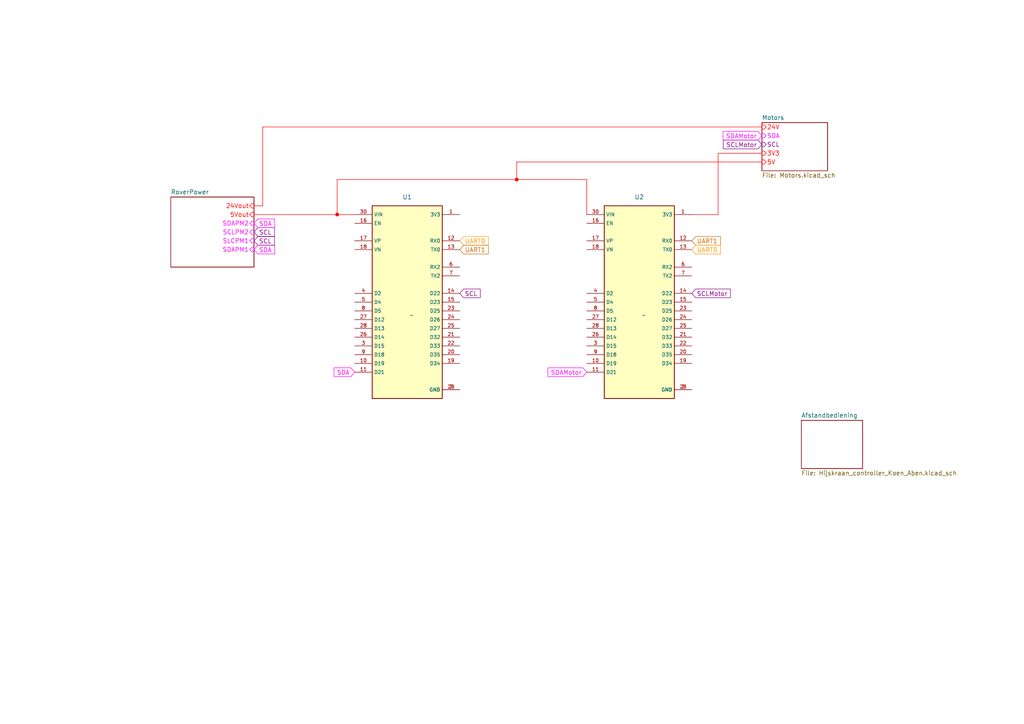
<source format=kicad_sch>
(kicad_sch (version 20231120) (generator "eeschema") (generator_version "8.0")
  (paper "A4")
  (lib_symbols
    (symbol "Zuydlib3:ESP32_DEVKIT_V1"
      (property "Reference" "U" (at 1.27 -3.81 0))
      (symbol "ESP32_DEVKIT_V1_0_0"
        (rectangle (start -10.16 -27.94) (end 10.16 27.94) (stroke (width 0.254)) (fill (type background)))
        (pin output line (at 15.24 25.4 180) (length 5.08) (name "3V3") (number "1"))
        (pin bidirectional line (at -15.24 -17.78 0) (length 5.08) (name "D19") (number "10"))
        (pin bidirectional line (at -15.24 -20.32 0) (length 5.08) (name "D21") (number "11"))
        (pin input line (at 15.24 17.78 180) (length 5.08) (name "RX0") (number "12"))
        (pin output line (at 15.24 15.24 180) (length 5.08) (name "TX0") (number "13"))
        (pin bidirectional line (at 15.24 2.54 180) (length 5.08) (name "D22") (number "14"))
        (pin bidirectional line (at 15.24 0 180) (length 5.08) (name "D23") (number "15"))
        (pin input line (at -15.24 22.86 0) (length 5.08) (name "EN") (number "16"))
        (pin bidirectional line (at -15.24 17.78 0) (length 5.08) (name "VP") (number "17"))
        (pin bidirectional line (at -15.24 15.24 0) (length 5.08) (name "VN") (number "18"))
        (pin bidirectional line (at 15.24 -17.78 180) (length 5.08) (name "D34") (number "19"))
        (pin power_in line (at 15.24 -25.4 180) (length 5.08) (name "GND") (number "2"))
        (pin bidirectional line (at 15.24 -15.24 180) (length 5.08) (name "D35") (number "20"))
        (pin bidirectional line (at 15.24 -10.16 180) (length 5.08) (name "D32") (number "21"))
        (pin bidirectional line (at 15.24 -12.7 180) (length 5.08) (name "D33") (number "22"))
        (pin bidirectional line (at 15.24 -2.54 180) (length 5.08) (name "D25") (number "23"))
        (pin bidirectional line (at 15.24 -5.08 180) (length 5.08) (name "D26") (number "24"))
        (pin bidirectional line (at 15.24 -7.62 180) (length 5.08) (name "D27") (number "25"))
        (pin bidirectional line (at -15.24 -10.16 0) (length 5.08) (name "D14") (number "26"))
        (pin bidirectional line (at -15.24 -5.08 0) (length 5.08) (name "D12") (number "27"))
        (pin bidirectional line (at -15.24 -7.62 0) (length 5.08) (name "D13") (number "28"))
        (pin power_in line (at 15.24 -25.4 180) (length 5.08) (name "GND") (number "29"))
        (pin bidirectional line (at -15.24 -12.7 0) (length 5.08) (name "D15") (number "3"))
        (pin input line (at -15.24 25.4 0) (length 5.08) (name "VIN") (number "30"))
        (pin bidirectional line (at -15.24 2.54 0) (length 5.08) (name "D2") (number "4"))
        (pin bidirectional line (at -15.24 0 0) (length 5.08) (name "D4") (number "5"))
        (pin input line (at 15.24 10.16 180) (length 5.08) (name "RX2") (number "6"))
        (pin output line (at 15.24 7.62 180) (length 5.08) (name "TX2") (number "7"))
        (pin bidirectional line (at -15.24 -2.54 0) (length 5.08) (name "D5") (number "8"))
        (pin bidirectional line (at -15.24 -15.24 0) (length 5.08) (name "D18") (number "9"))
      )
    )
  )
  (junction (at 97.79 62.23) (color 255 0 0 1))
  (junction (at 149.86 52.07) (color 255 0 0 1))
  (wire (pts (xy 76.2 36.83) (xy 220.98 36.83)) (stroke (width 0) (color 255 0 0 1)))
  (wire (pts (xy 149.86 52.07) (xy 170.18 52.07)) (stroke (width 0) (color 255 0 0 1)))
  (wire (pts (xy 170.18 52.07) (xy 170.18 62.23)) (stroke (width 0) (color 255 0 0 1)))
  (wire (pts (xy 220.98 46.99) (xy 149.86 46.99)) (stroke (width 0) (color 255 0 0 1)))
  (wire (pts (xy 97.79 62.23) (xy 97.79 52.07)) (stroke (width 0) (color 255 0 0 1)))
  (wire (pts (xy 200.66 62.23) (xy 208.28 62.23)) (stroke (width 0) (color 255 0 0 1)))
  (wire (pts (xy 73.66 59.69) (xy 76.2 59.69)) (stroke (width 0) (color 255 0 0 1)))
  (wire (pts (xy 97.79 52.07) (xy 149.86 52.07)) (stroke (width 0) (color 255 0 0 1)))
  (wire (pts (xy 208.28 62.23) (xy 208.28 44.45)) (stroke (width 0) (color 255 0 0 1)))
  (wire (pts (xy 149.86 46.99) (xy 149.86 52.07)) (stroke (width 0) (color 255 0 0 1)))
  (wire (pts (xy 76.2 59.69) (xy 76.2 36.83)) (stroke (width 0) (color 255 0 0 1)))
  (wire (pts (xy 208.28 44.45) (xy 220.98 44.45)) (stroke (width 0) (color 255 0 0 1)))
  (wire (pts (xy 73.66 62.23) (xy 97.79 62.23)) (stroke (width 0) (color 255 0 0 1)))
  (wire (pts (xy 97.79 62.23) (xy 102.87 62.23)) (stroke (width 0) (color 255 0 0 1)))
  (global_label "SDAMotor" (shape input) (at 220.98 39.37 180) (property "Intersheetrefs" "${INTERSHEET_REFS}" (effects (hide yes))))
  (global_label "SDAMotor" (shape input) (at 170.18 107.95 180) (property "Intersheetrefs" "${INTERSHEET_REFS}" (effects (hide yes))))
  (global_label "SCL" (shape input) (at 73.66 69.85 0) (property "Intersheetrefs" "${INTERSHEET_REFS}" (effects (hide yes))))
  (global_label "UART0" (shape input) (at 200.66 72.39 0) (property "Intersheetrefs" "${INTERSHEET_REFS}" (effects (hide yes))))
  (global_label "SCLMotor" (shape input) (at 200.66 85.09 0) (property "Intersheetrefs" "${INTERSHEET_REFS}" (effects (hide yes))))
  (global_label "SCL" (shape input) (at 73.66 67.31 0) (property "Intersheetrefs" "${INTERSHEET_REFS}" (effects (hide yes))))
  (global_label "UART1" (shape input) (at 133.35 72.39 0) (property "Intersheetrefs" "${INTERSHEET_REFS}" (effects (hide yes))))
  (global_label "SDA" (shape input) (at 102.87 107.95 180) (property "Intersheetrefs" "${INTERSHEET_REFS}" (effects (hide yes))))
  (global_label "SDA" (shape input) (at 73.66 72.39 0) (property "Intersheetrefs" "${INTERSHEET_REFS}" (effects (hide yes))))
  (global_label "SDA" (shape input) (at 73.66 64.77 0) (property "Intersheetrefs" "${INTERSHEET_REFS}" (effects (hide yes))))
  (global_label "SCL" (shape input) (at 133.35 85.09 0) (property "Intersheetrefs" "${INTERSHEET_REFS}" (effects (hide yes))))
  (global_label "SCLMotor" (shape input) (at 220.98 41.91 180) (property "Intersheetrefs" "${INTERSHEET_REFS}" (effects (hide yes))))
  (global_label "UART1" (shape input) (at 200.66 69.85 0) (property "Intersheetrefs" "${INTERSHEET_REFS}" (effects (hide yes))))
  (global_label "UART0" (shape input) (at 133.35 69.85 0) (property "Intersheetrefs" "${INTERSHEET_REFS}" (effects (hide yes))))
  (symbol (lib_id "Zuydlib3:ESP32_DEVKIT_V1") (at 118.11 87.63 0) (unit 1)
    (property "Reference" "U1" (at 118.11 57.15 0))
    (property "Value" "~" (at 119.38 91.44 0))
  )
  (symbol (lib_id "Zuydlib3:ESP32_DEVKIT_V1") (at 185.42 87.63 0) (unit 1)
    (property "Reference" "U2" (at 185.42 57.15 0))
    (property "Value" "~" (at 186.69 91.44 0))
  )
  (sheet (at 49.53 57.15) (size 24.13 20.32) (stroke (width 0.1524))
    (property "Sheetname" "RoverPower" (at 49.53 56.4384 0) (effects (justify left bottom)))
    (property "Sheetfile" "untitled.kicad_sch" (effects (hide yes)))
    (pin "SDAPM1" input (at 73.66 72.39 0))
    (pin "SLCPM1" input (at 73.66 69.85 0))
    (pin "SCLPM2" input (at 73.66 67.31 0))
    (pin "SDAPM2" input (at 73.66 64.77 0))
    (pin "5Vout" input (at 73.66 62.23 0))
    (pin "24Vout" input (at 73.66 59.69 0))
  )
  (sheet (at 220.98 35.56) (size 19.05 13.97) (stroke (width 0.1524))
    (property "Sheetname" "Motors" (at 220.98 34.8484 0) (effects (justify left bottom)))
    (property "Sheetfile" "Motors.kicad_sch" (at 220.98 50.1146 0) (effects (justify left top)))
    (pin "24V" input (at 220.98 36.83 180))
    (pin "SDA" input (at 220.98 39.37 180))
    (pin "SCL" input (at 220.98 41.91 180))
    (pin "3V3" input (at 220.98 44.45 180))
    (pin "5V" input (at 220.98 46.99 180))
  )
  (sheet (at 232.41 121.92) (size 17.78 13.97) (stroke (width 0.1524))
    (property "Sheetname" "Afstandbediening" (at 232.41 121.2084 0) (effects (justify left bottom)))
    (property "Sheetfile" "Hijskraan_controller_Koen_Aben.kicad_sch" (at 232.41 136.4746 0) (effects (justify left top)))
  )
)
</source>
